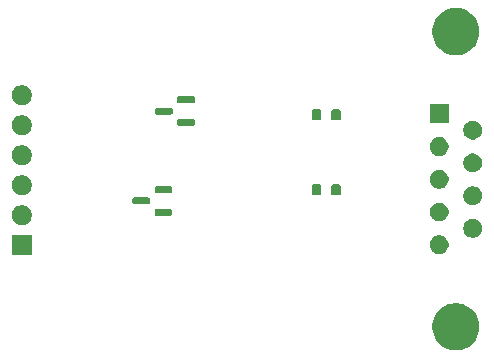
<source format=gbr>
%TF.GenerationSoftware,KiCad,Pcbnew,9.0.1*%
%TF.CreationDate,2025-05-09T12:09:10-04:00*%
%TF.ProjectId,Meterbus-interface,4d657465-7262-4757-932d-696e74657266,rev?*%
%TF.SameCoordinates,Original*%
%TF.FileFunction,Soldermask,Top*%
%TF.FilePolarity,Negative*%
%FSLAX46Y46*%
G04 Gerber Fmt 4.6, Leading zero omitted, Abs format (unit mm)*
G04 Created by KiCad (PCBNEW 9.0.1) date 2025-05-09 12:09:10*
%MOMM*%
%LPD*%
G01*
G04 APERTURE LIST*
G04 APERTURE END LIST*
G36*
X226445181Y-68058429D02*
G01*
X226697879Y-68126140D01*
X226939577Y-68226255D01*
X227166140Y-68357061D01*
X227373692Y-68516320D01*
X227558680Y-68701308D01*
X227717939Y-68908860D01*
X227848745Y-69135423D01*
X227948860Y-69377121D01*
X228016571Y-69629819D01*
X228050718Y-69889194D01*
X228050718Y-70150806D01*
X228016571Y-70410181D01*
X227948860Y-70662879D01*
X227848745Y-70904577D01*
X227717939Y-71131140D01*
X227558680Y-71338692D01*
X227373692Y-71523680D01*
X227166140Y-71682939D01*
X226939577Y-71813745D01*
X226697879Y-71913860D01*
X226445181Y-71981571D01*
X226185806Y-72015718D01*
X225924194Y-72015718D01*
X225664819Y-71981571D01*
X225412121Y-71913860D01*
X225170423Y-71813745D01*
X224943860Y-71682939D01*
X224736308Y-71523680D01*
X224551320Y-71338692D01*
X224392061Y-71131140D01*
X224261255Y-70904577D01*
X224161140Y-70662879D01*
X224093429Y-70410181D01*
X224059282Y-70150806D01*
X224059282Y-69889194D01*
X224093429Y-69629819D01*
X224161140Y-69377121D01*
X224261255Y-69135423D01*
X224392061Y-68908860D01*
X224551320Y-68701308D01*
X224736308Y-68516320D01*
X224943860Y-68357061D01*
X225170423Y-68226255D01*
X225412121Y-68126140D01*
X225664819Y-68058429D01*
X225924194Y-68024282D01*
X226185806Y-68024282D01*
X226445181Y-68058429D01*
G37*
G36*
X190150000Y-63950000D02*
G01*
X188450000Y-63950000D01*
X188450000Y-62250000D01*
X190150000Y-62250000D01*
X190150000Y-63950000D01*
G37*
G36*
X224867228Y-62294448D02*
G01*
X225012117Y-62354463D01*
X225142515Y-62441592D01*
X225253408Y-62552485D01*
X225340537Y-62682883D01*
X225400552Y-62827772D01*
X225431148Y-62981586D01*
X225431148Y-63138414D01*
X225400552Y-63292228D01*
X225340537Y-63437117D01*
X225253408Y-63567515D01*
X225142515Y-63678408D01*
X225012117Y-63765537D01*
X224867228Y-63825552D01*
X224713414Y-63856148D01*
X224556586Y-63856148D01*
X224402772Y-63825552D01*
X224257883Y-63765537D01*
X224127485Y-63678408D01*
X224016592Y-63567515D01*
X223929463Y-63437117D01*
X223869448Y-63292228D01*
X223838852Y-63138414D01*
X223838852Y-62981586D01*
X223869448Y-62827772D01*
X223929463Y-62682883D01*
X224016592Y-62552485D01*
X224127485Y-62441592D01*
X224257883Y-62354463D01*
X224402772Y-62294448D01*
X224556586Y-62263852D01*
X224713414Y-62263852D01*
X224867228Y-62294448D01*
G37*
G36*
X227707228Y-60909448D02*
G01*
X227852117Y-60969463D01*
X227982515Y-61056592D01*
X228093408Y-61167485D01*
X228180537Y-61297883D01*
X228240552Y-61442772D01*
X228271148Y-61596586D01*
X228271148Y-61753414D01*
X228240552Y-61907228D01*
X228180537Y-62052117D01*
X228093408Y-62182515D01*
X227982515Y-62293408D01*
X227852117Y-62380537D01*
X227707228Y-62440552D01*
X227553414Y-62471148D01*
X227396586Y-62471148D01*
X227242772Y-62440552D01*
X227097883Y-62380537D01*
X226967485Y-62293408D01*
X226856592Y-62182515D01*
X226769463Y-62052117D01*
X226709448Y-61907228D01*
X226678852Y-61753414D01*
X226678852Y-61596586D01*
X226709448Y-61442772D01*
X226769463Y-61297883D01*
X226856592Y-61167485D01*
X226967485Y-61056592D01*
X227097883Y-60969463D01*
X227242772Y-60909448D01*
X227396586Y-60878852D01*
X227553414Y-60878852D01*
X227707228Y-60909448D01*
G37*
G36*
X189546742Y-59746601D02*
G01*
X189700687Y-59810367D01*
X189839234Y-59902941D01*
X189957059Y-60020766D01*
X190049633Y-60159313D01*
X190113399Y-60313258D01*
X190145907Y-60476685D01*
X190145907Y-60643315D01*
X190113399Y-60806742D01*
X190049633Y-60960687D01*
X189957059Y-61099234D01*
X189839234Y-61217059D01*
X189700687Y-61309633D01*
X189546742Y-61373399D01*
X189383315Y-61405907D01*
X189216685Y-61405907D01*
X189053258Y-61373399D01*
X188899313Y-61309633D01*
X188760766Y-61217059D01*
X188642941Y-61099234D01*
X188550367Y-60960687D01*
X188486601Y-60806742D01*
X188454093Y-60643315D01*
X188454093Y-60476685D01*
X188486601Y-60313258D01*
X188550367Y-60159313D01*
X188642941Y-60020766D01*
X188760766Y-59902941D01*
X188899313Y-59810367D01*
X189053258Y-59746601D01*
X189216685Y-59714093D01*
X189383315Y-59714093D01*
X189546742Y-59746601D01*
G37*
G36*
X224867228Y-59524448D02*
G01*
X225012117Y-59584463D01*
X225142515Y-59671592D01*
X225253408Y-59782485D01*
X225340537Y-59912883D01*
X225400552Y-60057772D01*
X225431148Y-60211586D01*
X225431148Y-60368414D01*
X225400552Y-60522228D01*
X225340537Y-60667117D01*
X225253408Y-60797515D01*
X225142515Y-60908408D01*
X225012117Y-60995537D01*
X224867228Y-61055552D01*
X224713414Y-61086148D01*
X224556586Y-61086148D01*
X224402772Y-61055552D01*
X224257883Y-60995537D01*
X224127485Y-60908408D01*
X224016592Y-60797515D01*
X223929463Y-60667117D01*
X223869448Y-60522228D01*
X223838852Y-60368414D01*
X223838852Y-60211586D01*
X223869448Y-60057772D01*
X223929463Y-59912883D01*
X224016592Y-59782485D01*
X224127485Y-59671592D01*
X224257883Y-59584463D01*
X224402772Y-59524448D01*
X224556586Y-59493852D01*
X224713414Y-59493852D01*
X224867228Y-59524448D01*
G37*
G36*
X201922403Y-60018918D02*
G01*
X201971066Y-60051434D01*
X202003582Y-60100097D01*
X202015000Y-60157500D01*
X202015000Y-60457500D01*
X202003582Y-60514903D01*
X201971066Y-60563566D01*
X201922403Y-60596082D01*
X201865000Y-60607500D01*
X200690000Y-60607500D01*
X200632597Y-60596082D01*
X200583934Y-60563566D01*
X200551418Y-60514903D01*
X200540000Y-60457500D01*
X200540000Y-60157500D01*
X200551418Y-60100097D01*
X200583934Y-60051434D01*
X200632597Y-60018918D01*
X200690000Y-60007500D01*
X201865000Y-60007500D01*
X201922403Y-60018918D01*
G37*
G36*
X227707228Y-58139448D02*
G01*
X227852117Y-58199463D01*
X227982515Y-58286592D01*
X228093408Y-58397485D01*
X228180537Y-58527883D01*
X228240552Y-58672772D01*
X228271148Y-58826586D01*
X228271148Y-58983414D01*
X228240552Y-59137228D01*
X228180537Y-59282117D01*
X228093408Y-59412515D01*
X227982515Y-59523408D01*
X227852117Y-59610537D01*
X227707228Y-59670552D01*
X227553414Y-59701148D01*
X227396586Y-59701148D01*
X227242772Y-59670552D01*
X227097883Y-59610537D01*
X226967485Y-59523408D01*
X226856592Y-59412515D01*
X226769463Y-59282117D01*
X226709448Y-59137228D01*
X226678852Y-58983414D01*
X226678852Y-58826586D01*
X226709448Y-58672772D01*
X226769463Y-58527883D01*
X226856592Y-58397485D01*
X226967485Y-58286592D01*
X227097883Y-58199463D01*
X227242772Y-58139448D01*
X227396586Y-58108852D01*
X227553414Y-58108852D01*
X227707228Y-58139448D01*
G37*
G36*
X200047403Y-59068918D02*
G01*
X200096066Y-59101434D01*
X200128582Y-59150097D01*
X200140000Y-59207500D01*
X200140000Y-59507500D01*
X200128582Y-59564903D01*
X200096066Y-59613566D01*
X200047403Y-59646082D01*
X199990000Y-59657500D01*
X198815000Y-59657500D01*
X198757597Y-59646082D01*
X198708934Y-59613566D01*
X198676418Y-59564903D01*
X198665000Y-59507500D01*
X198665000Y-59207500D01*
X198676418Y-59150097D01*
X198708934Y-59101434D01*
X198757597Y-59068918D01*
X198815000Y-59057500D01*
X199990000Y-59057500D01*
X200047403Y-59068918D01*
G37*
G36*
X214526537Y-57960224D02*
G01*
X214591421Y-58003579D01*
X214634776Y-58068463D01*
X214650000Y-58145000D01*
X214650000Y-58695000D01*
X214634776Y-58771537D01*
X214591421Y-58836421D01*
X214526537Y-58879776D01*
X214450000Y-58895000D01*
X214050000Y-58895000D01*
X213973463Y-58879776D01*
X213908579Y-58836421D01*
X213865224Y-58771537D01*
X213850000Y-58695000D01*
X213850000Y-58145000D01*
X213865224Y-58068463D01*
X213908579Y-58003579D01*
X213973463Y-57960224D01*
X214050000Y-57945000D01*
X214450000Y-57945000D01*
X214526537Y-57960224D01*
G37*
G36*
X216176537Y-57960224D02*
G01*
X216241421Y-58003579D01*
X216284776Y-58068463D01*
X216300000Y-58145000D01*
X216300000Y-58695000D01*
X216284776Y-58771537D01*
X216241421Y-58836421D01*
X216176537Y-58879776D01*
X216100000Y-58895000D01*
X215700000Y-58895000D01*
X215623463Y-58879776D01*
X215558579Y-58836421D01*
X215515224Y-58771537D01*
X215500000Y-58695000D01*
X215500000Y-58145000D01*
X215515224Y-58068463D01*
X215558579Y-58003579D01*
X215623463Y-57960224D01*
X215700000Y-57945000D01*
X216100000Y-57945000D01*
X216176537Y-57960224D01*
G37*
G36*
X189546742Y-57206601D02*
G01*
X189700687Y-57270367D01*
X189839234Y-57362941D01*
X189957059Y-57480766D01*
X190049633Y-57619313D01*
X190113399Y-57773258D01*
X190145907Y-57936685D01*
X190145907Y-58103315D01*
X190113399Y-58266742D01*
X190049633Y-58420687D01*
X189957059Y-58559234D01*
X189839234Y-58677059D01*
X189700687Y-58769633D01*
X189546742Y-58833399D01*
X189383315Y-58865907D01*
X189216685Y-58865907D01*
X189053258Y-58833399D01*
X188899313Y-58769633D01*
X188760766Y-58677059D01*
X188642941Y-58559234D01*
X188550367Y-58420687D01*
X188486601Y-58266742D01*
X188454093Y-58103315D01*
X188454093Y-57936685D01*
X188486601Y-57773258D01*
X188550367Y-57619313D01*
X188642941Y-57480766D01*
X188760766Y-57362941D01*
X188899313Y-57270367D01*
X189053258Y-57206601D01*
X189216685Y-57174093D01*
X189383315Y-57174093D01*
X189546742Y-57206601D01*
G37*
G36*
X201922403Y-58118918D02*
G01*
X201971066Y-58151434D01*
X202003582Y-58200097D01*
X202015000Y-58257500D01*
X202015000Y-58557500D01*
X202003582Y-58614903D01*
X201971066Y-58663566D01*
X201922403Y-58696082D01*
X201865000Y-58707500D01*
X200690000Y-58707500D01*
X200632597Y-58696082D01*
X200583934Y-58663566D01*
X200551418Y-58614903D01*
X200540000Y-58557500D01*
X200540000Y-58257500D01*
X200551418Y-58200097D01*
X200583934Y-58151434D01*
X200632597Y-58118918D01*
X200690000Y-58107500D01*
X201865000Y-58107500D01*
X201922403Y-58118918D01*
G37*
G36*
X224867228Y-56754448D02*
G01*
X225012117Y-56814463D01*
X225142515Y-56901592D01*
X225253408Y-57012485D01*
X225340537Y-57142883D01*
X225400552Y-57287772D01*
X225431148Y-57441586D01*
X225431148Y-57598414D01*
X225400552Y-57752228D01*
X225340537Y-57897117D01*
X225253408Y-58027515D01*
X225142515Y-58138408D01*
X225012117Y-58225537D01*
X224867228Y-58285552D01*
X224713414Y-58316148D01*
X224556586Y-58316148D01*
X224402772Y-58285552D01*
X224257883Y-58225537D01*
X224127485Y-58138408D01*
X224016592Y-58027515D01*
X223929463Y-57897117D01*
X223869448Y-57752228D01*
X223838852Y-57598414D01*
X223838852Y-57441586D01*
X223869448Y-57287772D01*
X223929463Y-57142883D01*
X224016592Y-57012485D01*
X224127485Y-56901592D01*
X224257883Y-56814463D01*
X224402772Y-56754448D01*
X224556586Y-56723852D01*
X224713414Y-56723852D01*
X224867228Y-56754448D01*
G37*
G36*
X227707228Y-55369448D02*
G01*
X227852117Y-55429463D01*
X227982515Y-55516592D01*
X228093408Y-55627485D01*
X228180537Y-55757883D01*
X228240552Y-55902772D01*
X228271148Y-56056586D01*
X228271148Y-56213414D01*
X228240552Y-56367228D01*
X228180537Y-56512117D01*
X228093408Y-56642515D01*
X227982515Y-56753408D01*
X227852117Y-56840537D01*
X227707228Y-56900552D01*
X227553414Y-56931148D01*
X227396586Y-56931148D01*
X227242772Y-56900552D01*
X227097883Y-56840537D01*
X226967485Y-56753408D01*
X226856592Y-56642515D01*
X226769463Y-56512117D01*
X226709448Y-56367228D01*
X226678852Y-56213414D01*
X226678852Y-56056586D01*
X226709448Y-55902772D01*
X226769463Y-55757883D01*
X226856592Y-55627485D01*
X226967485Y-55516592D01*
X227097883Y-55429463D01*
X227242772Y-55369448D01*
X227396586Y-55338852D01*
X227553414Y-55338852D01*
X227707228Y-55369448D01*
G37*
G36*
X189546742Y-54666601D02*
G01*
X189700687Y-54730367D01*
X189839234Y-54822941D01*
X189957059Y-54940766D01*
X190049633Y-55079313D01*
X190113399Y-55233258D01*
X190145907Y-55396685D01*
X190145907Y-55563315D01*
X190113399Y-55726742D01*
X190049633Y-55880687D01*
X189957059Y-56019234D01*
X189839234Y-56137059D01*
X189700687Y-56229633D01*
X189546742Y-56293399D01*
X189383315Y-56325907D01*
X189216685Y-56325907D01*
X189053258Y-56293399D01*
X188899313Y-56229633D01*
X188760766Y-56137059D01*
X188642941Y-56019234D01*
X188550367Y-55880687D01*
X188486601Y-55726742D01*
X188454093Y-55563315D01*
X188454093Y-55396685D01*
X188486601Y-55233258D01*
X188550367Y-55079313D01*
X188642941Y-54940766D01*
X188760766Y-54822941D01*
X188899313Y-54730367D01*
X189053258Y-54666601D01*
X189216685Y-54634093D01*
X189383315Y-54634093D01*
X189546742Y-54666601D01*
G37*
G36*
X224867228Y-53984448D02*
G01*
X225012117Y-54044463D01*
X225142515Y-54131592D01*
X225253408Y-54242485D01*
X225340537Y-54372883D01*
X225400552Y-54517772D01*
X225431148Y-54671586D01*
X225431148Y-54828414D01*
X225400552Y-54982228D01*
X225340537Y-55127117D01*
X225253408Y-55257515D01*
X225142515Y-55368408D01*
X225012117Y-55455537D01*
X224867228Y-55515552D01*
X224713414Y-55546148D01*
X224556586Y-55546148D01*
X224402772Y-55515552D01*
X224257883Y-55455537D01*
X224127485Y-55368408D01*
X224016592Y-55257515D01*
X223929463Y-55127117D01*
X223869448Y-54982228D01*
X223838852Y-54828414D01*
X223838852Y-54671586D01*
X223869448Y-54517772D01*
X223929463Y-54372883D01*
X224016592Y-54242485D01*
X224127485Y-54131592D01*
X224257883Y-54044463D01*
X224402772Y-53984448D01*
X224556586Y-53953852D01*
X224713414Y-53953852D01*
X224867228Y-53984448D01*
G37*
G36*
X227707228Y-52599448D02*
G01*
X227852117Y-52659463D01*
X227982515Y-52746592D01*
X228093408Y-52857485D01*
X228180537Y-52987883D01*
X228240552Y-53132772D01*
X228271148Y-53286586D01*
X228271148Y-53443414D01*
X228240552Y-53597228D01*
X228180537Y-53742117D01*
X228093408Y-53872515D01*
X227982515Y-53983408D01*
X227852117Y-54070537D01*
X227707228Y-54130552D01*
X227553414Y-54161148D01*
X227396586Y-54161148D01*
X227242772Y-54130552D01*
X227097883Y-54070537D01*
X226967485Y-53983408D01*
X226856592Y-53872515D01*
X226769463Y-53742117D01*
X226709448Y-53597228D01*
X226678852Y-53443414D01*
X226678852Y-53286586D01*
X226709448Y-53132772D01*
X226769463Y-52987883D01*
X226856592Y-52857485D01*
X226967485Y-52746592D01*
X227097883Y-52659463D01*
X227242772Y-52599448D01*
X227396586Y-52568852D01*
X227553414Y-52568852D01*
X227707228Y-52599448D01*
G37*
G36*
X189546742Y-52126601D02*
G01*
X189700687Y-52190367D01*
X189839234Y-52282941D01*
X189957059Y-52400766D01*
X190049633Y-52539313D01*
X190113399Y-52693258D01*
X190145907Y-52856685D01*
X190145907Y-53023315D01*
X190113399Y-53186742D01*
X190049633Y-53340687D01*
X189957059Y-53479234D01*
X189839234Y-53597059D01*
X189700687Y-53689633D01*
X189546742Y-53753399D01*
X189383315Y-53785907D01*
X189216685Y-53785907D01*
X189053258Y-53753399D01*
X188899313Y-53689633D01*
X188760766Y-53597059D01*
X188642941Y-53479234D01*
X188550367Y-53340687D01*
X188486601Y-53186742D01*
X188454093Y-53023315D01*
X188454093Y-52856685D01*
X188486601Y-52693258D01*
X188550367Y-52539313D01*
X188642941Y-52400766D01*
X188760766Y-52282941D01*
X188899313Y-52190367D01*
X189053258Y-52126601D01*
X189216685Y-52094093D01*
X189383315Y-52094093D01*
X189546742Y-52126601D01*
G37*
G36*
X203844903Y-52411418D02*
G01*
X203893566Y-52443934D01*
X203926082Y-52492597D01*
X203937500Y-52550000D01*
X203937500Y-52850000D01*
X203926082Y-52907403D01*
X203893566Y-52956066D01*
X203844903Y-52988582D01*
X203787500Y-53000000D01*
X202612500Y-53000000D01*
X202555097Y-52988582D01*
X202506434Y-52956066D01*
X202473918Y-52907403D01*
X202462500Y-52850000D01*
X202462500Y-52550000D01*
X202473918Y-52492597D01*
X202506434Y-52443934D01*
X202555097Y-52411418D01*
X202612500Y-52400000D01*
X203787500Y-52400000D01*
X203844903Y-52411418D01*
G37*
G36*
X225435000Y-52780000D02*
G01*
X223835000Y-52780000D01*
X223835000Y-51180000D01*
X225435000Y-51180000D01*
X225435000Y-52780000D01*
G37*
G36*
X214526537Y-51610224D02*
G01*
X214591421Y-51653579D01*
X214634776Y-51718463D01*
X214650000Y-51795000D01*
X214650000Y-52345000D01*
X214634776Y-52421537D01*
X214591421Y-52486421D01*
X214526537Y-52529776D01*
X214450000Y-52545000D01*
X214050000Y-52545000D01*
X213973463Y-52529776D01*
X213908579Y-52486421D01*
X213865224Y-52421537D01*
X213850000Y-52345000D01*
X213850000Y-51795000D01*
X213865224Y-51718463D01*
X213908579Y-51653579D01*
X213973463Y-51610224D01*
X214050000Y-51595000D01*
X214450000Y-51595000D01*
X214526537Y-51610224D01*
G37*
G36*
X216176537Y-51610224D02*
G01*
X216241421Y-51653579D01*
X216284776Y-51718463D01*
X216300000Y-51795000D01*
X216300000Y-52345000D01*
X216284776Y-52421537D01*
X216241421Y-52486421D01*
X216176537Y-52529776D01*
X216100000Y-52545000D01*
X215700000Y-52545000D01*
X215623463Y-52529776D01*
X215558579Y-52486421D01*
X215515224Y-52421537D01*
X215500000Y-52345000D01*
X215500000Y-51795000D01*
X215515224Y-51718463D01*
X215558579Y-51653579D01*
X215623463Y-51610224D01*
X215700000Y-51595000D01*
X216100000Y-51595000D01*
X216176537Y-51610224D01*
G37*
G36*
X201969903Y-51461418D02*
G01*
X202018566Y-51493934D01*
X202051082Y-51542597D01*
X202062500Y-51600000D01*
X202062500Y-51900000D01*
X202051082Y-51957403D01*
X202018566Y-52006066D01*
X201969903Y-52038582D01*
X201912500Y-52050000D01*
X200737500Y-52050000D01*
X200680097Y-52038582D01*
X200631434Y-52006066D01*
X200598918Y-51957403D01*
X200587500Y-51900000D01*
X200587500Y-51600000D01*
X200598918Y-51542597D01*
X200631434Y-51493934D01*
X200680097Y-51461418D01*
X200737500Y-51450000D01*
X201912500Y-51450000D01*
X201969903Y-51461418D01*
G37*
G36*
X189546742Y-49586601D02*
G01*
X189700687Y-49650367D01*
X189839234Y-49742941D01*
X189957059Y-49860766D01*
X190049633Y-49999313D01*
X190113399Y-50153258D01*
X190145907Y-50316685D01*
X190145907Y-50483315D01*
X190113399Y-50646742D01*
X190049633Y-50800687D01*
X189957059Y-50939234D01*
X189839234Y-51057059D01*
X189700687Y-51149633D01*
X189546742Y-51213399D01*
X189383315Y-51245907D01*
X189216685Y-51245907D01*
X189053258Y-51213399D01*
X188899313Y-51149633D01*
X188760766Y-51057059D01*
X188642941Y-50939234D01*
X188550367Y-50800687D01*
X188486601Y-50646742D01*
X188454093Y-50483315D01*
X188454093Y-50316685D01*
X188486601Y-50153258D01*
X188550367Y-49999313D01*
X188642941Y-49860766D01*
X188760766Y-49742941D01*
X188899313Y-49650367D01*
X189053258Y-49586601D01*
X189216685Y-49554093D01*
X189383315Y-49554093D01*
X189546742Y-49586601D01*
G37*
G36*
X203844903Y-50511418D02*
G01*
X203893566Y-50543934D01*
X203926082Y-50592597D01*
X203937500Y-50650000D01*
X203937500Y-50950000D01*
X203926082Y-51007403D01*
X203893566Y-51056066D01*
X203844903Y-51088582D01*
X203787500Y-51100000D01*
X202612500Y-51100000D01*
X202555097Y-51088582D01*
X202506434Y-51056066D01*
X202473918Y-51007403D01*
X202462500Y-50950000D01*
X202462500Y-50650000D01*
X202473918Y-50592597D01*
X202506434Y-50543934D01*
X202555097Y-50511418D01*
X202612500Y-50500000D01*
X203787500Y-50500000D01*
X203844903Y-50511418D01*
G37*
G36*
X226445181Y-43058429D02*
G01*
X226697879Y-43126140D01*
X226939577Y-43226255D01*
X227166140Y-43357061D01*
X227373692Y-43516320D01*
X227558680Y-43701308D01*
X227717939Y-43908860D01*
X227848745Y-44135423D01*
X227948860Y-44377121D01*
X228016571Y-44629819D01*
X228050718Y-44889194D01*
X228050718Y-45150806D01*
X228016571Y-45410181D01*
X227948860Y-45662879D01*
X227848745Y-45904577D01*
X227717939Y-46131140D01*
X227558680Y-46338692D01*
X227373692Y-46523680D01*
X227166140Y-46682939D01*
X226939577Y-46813745D01*
X226697879Y-46913860D01*
X226445181Y-46981571D01*
X226185806Y-47015718D01*
X225924194Y-47015718D01*
X225664819Y-46981571D01*
X225412121Y-46913860D01*
X225170423Y-46813745D01*
X224943860Y-46682939D01*
X224736308Y-46523680D01*
X224551320Y-46338692D01*
X224392061Y-46131140D01*
X224261255Y-45904577D01*
X224161140Y-45662879D01*
X224093429Y-45410181D01*
X224059282Y-45150806D01*
X224059282Y-44889194D01*
X224093429Y-44629819D01*
X224161140Y-44377121D01*
X224261255Y-44135423D01*
X224392061Y-43908860D01*
X224551320Y-43701308D01*
X224736308Y-43516320D01*
X224943860Y-43357061D01*
X225170423Y-43226255D01*
X225412121Y-43126140D01*
X225664819Y-43058429D01*
X225924194Y-43024282D01*
X226185806Y-43024282D01*
X226445181Y-43058429D01*
G37*
M02*

</source>
